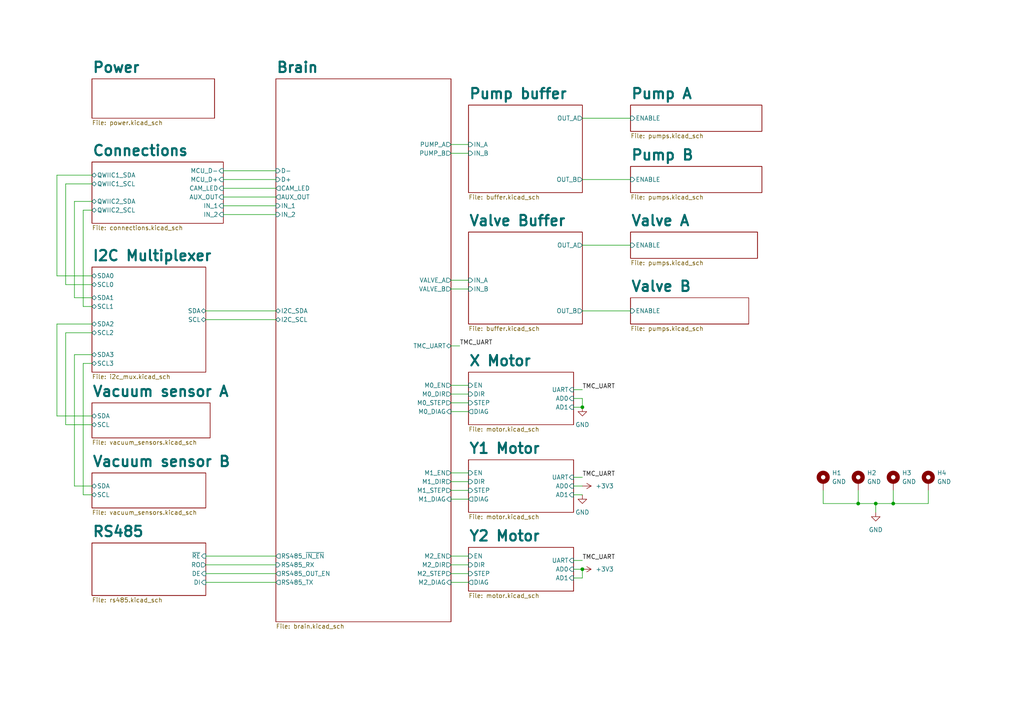
<source format=kicad_sch>
(kicad_sch (version 20230121) (generator eeschema)
  (paper "A4")
  (lib_symbols
    (symbol "Mechanical:MountingHole_Pad" (pin_numbers hide) (pin_names (offset 1.016) hide)
      (property "Reference" "H" (at 0 6.35 0))
      (property "Value" "MountingHole_Pad" (at 0 4.445 0))
      (symbol "MountingHole_Pad_0_1"
        (circle (center 0 1.27) (radius 1.27) (stroke (width 1.27)))
      )
      (symbol "MountingHole_Pad_1_1"
        (pin input line (at 0 -2.54 90) (length 2.54) (name "1") (number "1"))
      )
    )
    (symbol "power:+3V3" (power) (pin_names (offset 0))
      (property "Value" "+3V3" (at 0 3.556 0))
      (symbol "+3V3_0_1"
        (polyline (pts (xy -0.762 1.27) (xy 0 2.54)))
        (polyline (pts (xy 0 0) (xy 0 2.54)))
        (polyline (pts (xy 0 2.54) (xy 0.762 1.27)))
      )
      (symbol "+3V3_1_1"
        (pin power_in line (at 0 0 90) (length 0) hide (name "+3V3") (number "1"))
      )
    )
    (symbol "power:GND" (power) (pin_names (offset 0))
      (property "Value" "GND" (at 0 -3.81 0))
      (symbol "GND_0_1"
        (polyline (pts (xy 0 0) (xy 0 -1.27) (xy 1.27 -1.27) (xy 0 -2.54) (xy -1.27 -1.27) (xy 0 -1.27)))
      )
      (symbol "GND_1_1"
        (pin power_in line (at 0 0 270) (length 0) hide (name "GND") (number "1"))
      )
    )
  )
  (junction (at 168.91 118.11))
  (junction (at 259.08 146.05))
  (junction (at 168.91 165.1))
  (junction (at 248.92 146.05))
  (junction (at 254 146.05))
  (wire (pts (xy 64.77 59.69) (xy 80.01 59.69)))
  (wire (pts (xy 59.69 163.83) (xy 80.01 163.83)))
  (wire (pts (xy 16.51 93.98) (xy 16.51 120.65)))
  (wire (pts (xy 130.81 116.84) (xy 135.89 116.84)))
  (wire (pts (xy 64.77 52.07) (xy 80.01 52.07)))
  (wire (pts (xy 168.91 118.11) (xy 168.91 115.57)))
  (wire (pts (xy 130.81 83.82) (xy 135.89 83.82)))
  (wire (pts (xy 269.24 142.24) (xy 269.24 146.05)))
  (wire (pts (xy 59.69 168.91) (xy 80.01 168.91)))
  (wire (pts (xy 166.37 118.11) (xy 168.91 118.11)))
  (wire (pts (xy 64.77 54.61) (xy 80.01 54.61)))
  (wire (pts (xy 166.37 165.1) (xy 168.91 165.1)))
  (wire (pts (xy 130.81 161.29) (xy 135.89 161.29)))
  (wire (pts (xy 24.13 105.41) (xy 24.13 143.51)))
  (wire (pts (xy 26.67 53.34) (xy 19.05 53.34)))
  (wire (pts (xy 19.05 53.34) (xy 19.05 82.55)))
  (wire (pts (xy 168.91 90.17) (xy 182.88 90.17)))
  (wire (pts (xy 64.77 57.15) (xy 80.01 57.15)))
  (wire (pts (xy 26.67 96.52) (xy 19.05 96.52)))
  (wire (pts (xy 269.24 146.05) (xy 259.08 146.05)))
  (wire (pts (xy 64.77 49.53) (xy 80.01 49.53)))
  (wire (pts (xy 26.67 58.42) (xy 21.59 58.42)))
  (wire (pts (xy 19.05 123.19) (xy 26.67 123.19)))
  (wire (pts (xy 130.81 168.91) (xy 135.89 168.91)))
  (wire (pts (xy 59.69 90.17) (xy 80.01 90.17)))
  (wire (pts (xy 130.81 44.45) (xy 135.89 44.45)))
  (wire (pts (xy 259.08 142.24) (xy 259.08 146.05)))
  (wire (pts (xy 130.81 100.33) (xy 133.35 100.33)))
  (wire (pts (xy 26.67 93.98) (xy 16.51 93.98)))
  (wire (pts (xy 166.37 162.56) (xy 168.91 162.56)))
  (wire (pts (xy 19.05 96.52) (xy 19.05 123.19)))
  (wire (pts (xy 130.81 144.78) (xy 135.89 144.78)))
  (wire (pts (xy 130.81 163.83) (xy 135.89 163.83)))
  (wire (pts (xy 130.81 137.16) (xy 135.89 137.16)))
  (wire (pts (xy 16.51 80.01) (xy 26.67 80.01)))
  (wire (pts (xy 19.05 82.55) (xy 26.67 82.55)))
  (wire (pts (xy 166.37 143.51) (xy 168.91 143.51)))
  (wire (pts (xy 64.77 62.23) (xy 80.01 62.23)))
  (wire (pts (xy 16.51 120.65) (xy 26.67 120.65)))
  (wire (pts (xy 21.59 102.87) (xy 21.59 140.97)))
  (wire (pts (xy 16.51 50.8) (xy 16.51 80.01)))
  (wire (pts (xy 168.91 52.07) (xy 182.88 52.07)))
  (wire (pts (xy 130.81 81.28) (xy 135.89 81.28)))
  (wire (pts (xy 59.69 161.29) (xy 80.01 161.29)))
  (wire (pts (xy 130.81 119.38) (xy 135.89 119.38)))
  (wire (pts (xy 24.13 88.9) (xy 26.67 88.9)))
  (wire (pts (xy 166.37 113.03) (xy 168.91 113.03)))
  (wire (pts (xy 130.81 41.91) (xy 135.89 41.91)))
  (wire (pts (xy 238.76 146.05) (xy 238.76 142.24)))
  (wire (pts (xy 21.59 86.36) (xy 26.67 86.36)))
  (wire (pts (xy 59.69 92.71) (xy 80.01 92.71)))
  (wire (pts (xy 24.13 143.51) (xy 26.67 143.51)))
  (wire (pts (xy 21.59 58.42) (xy 21.59 86.36)))
  (wire (pts (xy 26.67 102.87) (xy 21.59 102.87)))
  (wire (pts (xy 130.81 142.24) (xy 135.89 142.24)))
  (wire (pts (xy 26.67 50.8) (xy 16.51 50.8)))
  (wire (pts (xy 130.81 111.76) (xy 135.89 111.76)))
  (wire (pts (xy 168.91 34.29) (xy 182.88 34.29)))
  (wire (pts (xy 130.81 166.37) (xy 135.89 166.37)))
  (wire (pts (xy 166.37 115.57) (xy 168.91 115.57)))
  (wire (pts (xy 59.69 166.37) (xy 80.01 166.37)))
  (wire (pts (xy 26.67 105.41) (xy 24.13 105.41)))
  (wire (pts (xy 130.81 114.3) (xy 135.89 114.3)))
  (wire (pts (xy 26.67 60.96) (xy 24.13 60.96)))
  (wire (pts (xy 166.37 167.64) (xy 168.91 167.64)))
  (wire (pts (xy 259.08 146.05) (xy 254 146.05)))
  (wire (pts (xy 21.59 140.97) (xy 26.67 140.97)))
  (wire (pts (xy 166.37 140.97) (xy 168.91 140.97)))
  (wire (pts (xy 248.92 146.05) (xy 238.76 146.05)))
  (wire (pts (xy 166.37 138.43) (xy 168.91 138.43)))
  (wire (pts (xy 254 148.59) (xy 254 146.05)))
  (wire (pts (xy 168.91 165.1) (xy 168.91 167.64)))
  (wire (pts (xy 24.13 60.96) (xy 24.13 88.9)))
  (wire (pts (xy 248.92 142.24) (xy 248.92 146.05)))
  (wire (pts (xy 254 146.05) (xy 248.92 146.05)))
  (wire (pts (xy 168.91 71.12) (xy 182.88 71.12)))
  (wire (pts (xy 130.81 139.7) (xy 135.89 139.7)))
  (label "TMC_UART" (at 168.91 113.03 0))
  (label "TMC_UART" (at 168.91 162.56 0))
  (label "TMC_UART" (at 133.35 100.33 0))
  (label "TMC_UART" (at 168.91 138.43 0))
  (symbol (lib_id "power:GND") (at 168.91 143.51 0) (unit 1)
    (property "Reference" "#PWR0103" (effects hide))
    (property "Value" "GND" (at 168.91 148.59 0))
  )
  (symbol (lib_id "Mechanical:MountingHole_Pad") (at 238.76 139.7 0) (unit 1)
    (property "Reference" "H1" (at 241.3 137.16 0) (effects (justify left)))
    (property "Value" "GND" (at 241.3 139.7 0) (effects (justify left)))
    (property "Footprint" "MountingHole:MountingHole_3mm_Pad" (effects hide))
  )
  (symbol (lib_id "Mechanical:MountingHole_Pad") (at 259.08 139.7 0) (unit 1)
    (property "Reference" "H3" (at 261.62 137.16 0) (effects (justify left)))
    (property "Value" "GND" (at 261.62 139.7 0) (effects (justify left)))
    (property "Footprint" "MountingHole:MountingHole_3mm_Pad" (effects hide))
  )
  (symbol (lib_id "Mechanical:MountingHole_Pad") (at 269.24 139.7 0) (unit 1)
    (property "Reference" "H4" (at 271.78 137.16 0) (effects (justify left)))
    (property "Value" "GND" (at 271.78 139.7 0) (effects (justify left)))
    (property "Footprint" "MountingHole:MountingHole_3mm_Pad" (effects hide))
  )
  (symbol (lib_id "power:+3V3") (at 168.91 165.1 270) (unit 1)
    (property "Reference" "#PWR0104" (effects hide))
    (property "Value" "+3V3" (at 172.72 165.1 90) (effects (justify left)))
  )
  (symbol (lib_id "Mechanical:MountingHole_Pad") (at 248.92 139.7 0) (unit 1)
    (property "Reference" "H2" (at 251.46 137.16 0) (effects (justify left)))
    (property "Value" "GND" (at 251.46 139.7 0) (effects (justify left)))
    (property "Footprint" "MountingHole:MountingHole_3mm_Pad" (effects hide))
  )
  (symbol (lib_id "power:GND") (at 254 148.59 0) (unit 1)
    (property "Reference" "#PWR03" (effects hide))
    (property "Value" "GND" (at 254 153.67 0))
  )
  (symbol (lib_id "power:+3V3") (at 168.91 140.97 270) (unit 1)
    (property "Reference" "#PWR0102" (effects hide))
    (property "Value" "+3V3" (at 172.72 140.97 90) (effects (justify left)))
  )
  (symbol (lib_id "power:GND") (at 168.91 118.11 0) (unit 1)
    (property "Reference" "#PWR0101" (effects hide))
    (property "Value" "GND" (at 168.91 123.19 0))
  )
  (sheet (at 135.89 158.75) (size 30.48 12.7) (stroke (width 0.1524))
    (property "Sheetname" "Y2 Motor" (at 135.89 157.1734 0) (effects (font (size 3 3) bold) (justify left bottom)))
    (property "Sheetfile" "motor.kicad_sch" (at 135.89 172.0346 0) (effects (justify left top)))
    (pin "EN" input (at 135.89 161.29 180))
    (pin "DIR" input (at 135.89 163.83 180))
    (pin "AD1" input (at 166.37 167.64 0))
    (pin "AD0" input (at 166.37 165.1 0))
    (pin "STEP" input (at 135.89 166.37 180))
    (pin "UART" input (at 166.37 162.56 0))
    (pin "DIAG" output (at 135.89 168.91 180))
  )
  (sheet (at 80.01 22.86) (size 50.8 157.48) (stroke (width 0.1524))
    (property "Sheetname" "Brain" (at 80.01 21.2834 0) (effects (font (size 3 3) bold) (justify left bottom)))
    (property "Sheetfile" "brain.kicad_sch" (at 80.01 180.9246 0) (effects (justify left top)))
    (pin "VALVE_B" output (at 130.81 83.82 0))
    (pin "M0_STEP" output (at 130.81 116.84 0))
    (pin "M0_DIAG" input (at 130.81 119.38 0))
    (pin "M0_DIR" output (at 130.81 114.3 0))
    (pin "M0_EN" output (at 130.81 111.76 0))
    (pin "M1_EN" output (at 130.81 137.16 0))
    (pin "M1_DIR" output (at 130.81 139.7 0))
    (pin "M2_EN" output (at 130.81 161.29 0))
    (pin "M1_STEP" output (at 130.81 142.24 0))
    (pin "M1_DIAG" input (at 130.81 144.78 0))
    (pin "RS485_TX" output (at 80.01 168.91 180))
    (pin "RS485_~{IN_EN}" output (at 80.01 161.29 180))
    (pin "RS485_OUT_EN" output (at 80.01 166.37 180))
    (pin "IN_1" input (at 80.01 59.69 180))
    (pin "I2C_SCL" bidirectional (at 80.01 92.71 180))
    (pin "I2C_SDA" bidirectional (at 80.01 90.17 180))
    (pin "RS485_RX" input (at 80.01 163.83 180))
    (pin "M2_DIR" output (at 130.81 163.83 0))
    (pin "M2_STEP" output (at 130.81 166.37 0))
    (pin "M2_DIAG" input (at 130.81 168.91 0))
    (pin "AUX_OUT" output (at 80.01 57.15 180))
    (pin "CAM_LED" output (at 80.01 54.61 180))
    (pin "IN_2" input (at 80.01 62.23 180))
    (pin "TMC_UART" bidirectional (at 130.81 100.33 0))
    (pin "VALVE_A" output (at 130.81 81.28 0))
    (pin "PUMP_B" output (at 130.81 44.45 0))
    (pin "PUMP_A" output (at 130.81 41.91 0))
    (pin "D+" input (at 80.01 52.07 180))
    (pin "D-" input (at 80.01 49.53 180))
  )
  (sheet (at 26.67 22.86) (size 35.56 11.43) (stroke (width 0.1524))
    (property "Sheetname" "Power" (at 26.67 21.2834 0) (effects (font (size 3 3) bold) (justify left bottom)))
    (property "Sheetfile" "power.kicad_sch" (at 26.67 34.8746 0) (effects (justify left top)))
  )
  (sheet (at 182.88 86.36) (size 34.29 7.62) (stroke (width 0.1524))
    (property "Sheetname" "Valve B" (at 182.88 84.7834 0) (effects (font (size 3 3) bold) (justify left bottom)))
    (property "Sheetfile" "pumps.kicad_sch" (at 182.88 94.5646 0) (effects (justify left top)))
    (pin "ENABLE" input (at 182.88 90.17 180))
  )
  (sheet (at 26.67 77.47) (size 33.02 30.48) (stroke (width 0.1524))
    (property "Sheetname" "I2C Multiplexer" (at 26.67 75.8934 0) (effects (font (size 3 3) bold) (justify left bottom)))
    (property "Sheetfile" "i2c_mux.kicad_sch" (at 26.67 108.5346 0) (effects (justify left top)))
    (pin "SCL" bidirectional (at 59.69 92.71 0))
    (pin "SDA" bidirectional (at 59.69 90.17 0))
    (pin "SCL0" bidirectional (at 26.67 82.55 180))
    (pin "SDA0" bidirectional (at 26.67 80.01 180))
    (pin "SCL2" bidirectional (at 26.67 96.52 180))
    (pin "SDA2" bidirectional (at 26.67 93.98 180))
    (pin "SCL1" bidirectional (at 26.67 88.9 180))
    (pin "SDA1" bidirectional (at 26.67 86.36 180))
    (pin "SDA3" bidirectional (at 26.67 102.87 180))
    (pin "SCL3" bidirectional (at 26.67 105.41 180))
  )
  (sheet (at 26.67 157.48) (size 33.02 15.24) (stroke (width 0.1524))
    (property "Sheetname" "RS485" (at 26.67 155.9034 0) (effects (font (size 3 3) bold) (justify left bottom)))
    (property "Sheetfile" "rs485.kicad_sch" (at 26.67 173.3046 0) (effects (justify left top)))
    (pin "RO" output (at 59.69 163.83 0))
    (pin "~{RE}" input (at 59.69 161.29 0))
    (pin "DE" input (at 59.69 166.37 0))
    (pin "DI" input (at 59.69 168.91 0))
  )
  (sheet (at 135.89 133.35) (size 30.48 15.24) (stroke (width 0.1524))
    (property "Sheetname" "Y1 Motor" (at 135.89 131.7734 0) (effects (font (size 3 3) bold) (justify left bottom)))
    (property "Sheetfile" "motor.kicad_sch" (at 135.89 149.1746 0) (effects (justify left top)))
    (pin "EN" input (at 135.89 137.16 180))
    (pin "DIR" input (at 135.89 139.7 180))
    (pin "AD1" input (at 166.37 143.51 0))
    (pin "AD0" input (at 166.37 140.97 0))
    (pin "STEP" input (at 135.89 142.24 180))
    (pin "UART" input (at 166.37 138.43 0))
    (pin "DIAG" output (at 135.89 144.78 180))
  )
  (sheet (at 135.89 67.31) (size 33.02 26.67) (stroke (width 0.1524))
    (property "Sheetname" "Valve Buffer" (at 135.89 65.7334 0) (effects (font (size 3 3) bold) (justify left bottom)))
    (property "Sheetfile" "buffer.kicad_sch" (at 135.89 94.5646 0) (effects (justify left top)))
    (pin "IN_B" input (at 135.89 83.82 180))
    (pin "IN_A" input (at 135.89 81.28 180))
    (pin "OUT_B" output (at 168.91 90.17 0))
    (pin "OUT_A" output (at 168.91 71.12 0))
  )
  (sheet (at 26.67 137.16) (size 33.02 10.16) (stroke (width 0.1524))
    (property "Sheetname" "Vacuum sensor B" (at 26.67 135.5834 0) (effects (font (size 3 3) bold) (justify left bottom)))
    (property "Sheetfile" "vacuum_sensors.kicad_sch" (at 26.67 147.9046 0) (effects (justify left top)))
    (pin "SDA" bidirectional (at 26.67 140.97 180))
    (pin "SCL" bidirectional (at 26.67 143.51 180))
  )
  (sheet (at 135.89 107.95) (size 30.48 15.24) (stroke (width 0.1524))
    (property "Sheetname" "X Motor" (at 135.89 106.3734 0) (effects (font (size 3 3) bold) (justify left bottom)))
    (property "Sheetfile" "motor.kicad_sch" (at 135.89 123.7746 0) (effects (justify left top)))
    (pin "EN" input (at 135.89 111.76 180))
    (pin "DIR" input (at 135.89 114.3 180))
    (pin "AD1" input (at 166.37 118.11 0))
    (pin "AD0" input (at 166.37 115.57 0))
    (pin "STEP" input (at 135.89 116.84 180))
    (pin "UART" input (at 166.37 113.03 0))
    (pin "DIAG" output (at 135.89 119.38 180))
  )
  (sheet (at 135.89 30.48) (size 33.02 25.4) (stroke (width 0.1524))
    (property "Sheetname" "Pump buffer" (at 135.89 28.9034 0) (effects (font (size 3 3) bold) (justify left bottom)))
    (property "Sheetfile" "buffer.kicad_sch" (at 135.89 56.4646 0) (effects (justify left top)))
    (pin "IN_B" input (at 135.89 44.45 180))
    (pin "IN_A" input (at 135.89 41.91 180))
    (pin "OUT_A" output (at 168.91 34.29 0))
    (pin "OUT_B" output (at 168.91 52.07 0))
  )
  (sheet (at 182.88 30.48) (size 38.1 7.62) (stroke (width 0.1524))
    (property "Sheetname" "Pump A" (at 182.88 28.9034 0) (effects (font (size 3 3) bold) (justify left bottom)))
    (property "Sheetfile" "pumps.kicad_sch" (at 182.88 38.6846 0) (effects (justify left top)))
    (pin "ENABLE" input (at 182.88 34.29 180))
  )
  (sheet (at 26.67 46.99) (size 38.1 17.78) (stroke (width 0.1524))
    (property "Sheetname" "Connections" (at 26.67 45.4134 0) (effects (font (size 3 3) bold) (justify left bottom)))
    (property "Sheetfile" "connections.kicad_sch" (at 26.67 65.3546 0) (effects (justify left top)))
    (pin "CAM_LED" input (at 64.77 54.61 0))
    (pin "AUX_OUT" input (at 64.77 57.15 0))
    (pin "QWIIC1_SDA" bidirectional (at 26.67 50.8 180))
    (pin "QWIIC1_SCL" bidirectional (at 26.67 53.34 180))
    (pin "QWIIC2_SCL" bidirectional (at 26.67 60.96 180))
    (pin "QWIIC2_SDA" bidirectional (at 26.67 58.42 180))
    (pin "MCU_D-" input (at 64.77 49.53 0))
    (pin "MCU_D+" input (at 64.77 52.07 0))
    (pin "IN_1" input (at 64.77 59.69 0))
    (pin "IN_2" input (at 64.77 62.23 0))
  )
  (sheet (at 26.67 116.84) (size 34.29 10.16) (stroke (width 0.1524))
    (property "Sheetname" "Vacuum sensor A" (at 26.67 115.2634 0) (effects (font (size 3 3) bold) (justify left bottom)))
    (property "Sheetfile" "vacuum_sensors.kicad_sch" (at 26.67 127.5846 0) (effects (justify left top)))
    (pin "SDA" bidirectional (at 26.67 120.65 180))
    (pin "SCL" bidirectional (at 26.67 123.19 180))
  )
  (sheet (at 182.88 48.26) (size 38.1 7.62) (stroke (width 0.1524))
    (property "Sheetname" "Pump B" (at 182.88 46.6834 0) (effects (font (size 3 3) bold) (justify left bottom)))
    (property "Sheetfile" "pumps.kicad_sch" (at 182.88 56.4646 0) (effects (justify left top)))
    (pin "ENABLE" input (at 182.88 52.07 180))
  )
  (sheet (at 182.88 67.31) (size 36.83 7.62) (stroke (width 0.1524))
    (property "Sheetname" "Valve A" (at 182.88 65.7334 0) (effects (font (size 3 3) bold) (justify left bottom)))
    (property "Sheetfile" "pumps.kicad_sch" (at 182.88 75.5146 0) (effects (justify left top)))
    (pin "ENABLE" input (at 182.88 71.12 180))
  )
)
</source>
